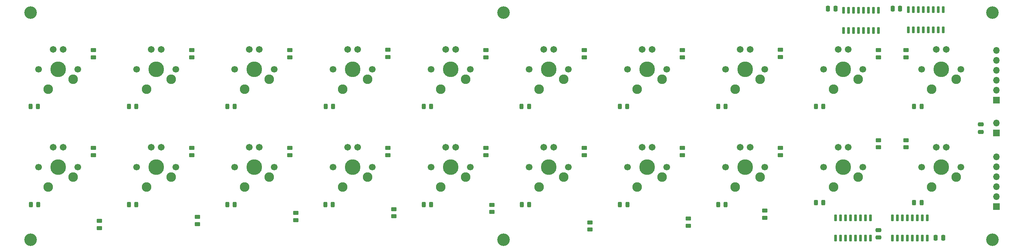
<source format=gts>
G04 #@! TF.GenerationSoftware,KiCad,Pcbnew,8.0.4*
G04 #@! TF.CreationDate,2024-09-20T17:19:13+02:00*
G04 #@! TF.ProjectId,Keys_Flash,4b657973-5f46-46c6-9173-682e6b696361,rev?*
G04 #@! TF.SameCoordinates,Original*
G04 #@! TF.FileFunction,Soldermask,Top*
G04 #@! TF.FilePolarity,Negative*
%FSLAX46Y46*%
G04 Gerber Fmt 4.6, Leading zero omitted, Abs format (unit mm)*
G04 Created by KiCad (PCBNEW 8.0.4) date 2024-09-20 17:19:13*
%MOMM*%
%LPD*%
G01*
G04 APERTURE LIST*
G04 Aperture macros list*
%AMRoundRect*
0 Rectangle with rounded corners*
0 $1 Rounding radius*
0 $2 $3 $4 $5 $6 $7 $8 $9 X,Y pos of 4 corners*
0 Add a 4 corners polygon primitive as box body*
4,1,4,$2,$3,$4,$5,$6,$7,$8,$9,$2,$3,0*
0 Add four circle primitives for the rounded corners*
1,1,$1+$1,$2,$3*
1,1,$1+$1,$4,$5*
1,1,$1+$1,$6,$7*
1,1,$1+$1,$8,$9*
0 Add four rect primitives between the rounded corners*
20,1,$1+$1,$2,$3,$4,$5,0*
20,1,$1+$1,$4,$5,$6,$7,0*
20,1,$1+$1,$6,$7,$8,$9,0*
20,1,$1+$1,$8,$9,$2,$3,0*%
G04 Aperture macros list end*
%ADD10C,1.700000*%
%ADD11C,3.987800*%
%ADD12C,2.454000*%
%ADD13C,1.712000*%
%ADD14RoundRect,0.243750X-0.243750X-0.456250X0.243750X-0.456250X0.243750X0.456250X-0.243750X0.456250X0*%
%ADD15RoundRect,0.250000X0.450000X-0.262500X0.450000X0.262500X-0.450000X0.262500X-0.450000X-0.262500X0*%
%ADD16C,3.200000*%
%ADD17R,1.700000X1.700000*%
%ADD18O,1.700000X1.700000*%
%ADD19RoundRect,0.250000X-0.450000X0.262500X-0.450000X-0.262500X0.450000X-0.262500X0.450000X0.262500X0*%
%ADD20RoundRect,0.250000X0.475000X-0.250000X0.475000X0.250000X-0.475000X0.250000X-0.475000X-0.250000X0*%
%ADD21RoundRect,0.250000X0.250000X0.475000X-0.250000X0.475000X-0.250000X-0.475000X0.250000X-0.475000X0*%
%ADD22RoundRect,0.150000X0.150000X-0.725000X0.150000X0.725000X-0.150000X0.725000X-0.150000X-0.725000X0*%
%ADD23RoundRect,0.250000X-0.250000X-0.475000X0.250000X-0.475000X0.250000X0.475000X-0.250000X0.475000X0*%
%ADD24RoundRect,0.150000X-0.150000X0.725000X-0.150000X-0.725000X0.150000X-0.725000X0.150000X0.725000X0*%
G04 APERTURE END LIST*
D10*
X237000000Y-126500000D03*
D11*
X232000000Y-126500000D03*
D10*
X227000000Y-126500000D03*
D12*
X229490000Y-131580000D03*
X235810000Y-129040000D03*
D13*
X230730000Y-121420000D03*
X233270000Y-121420000D03*
D10*
X262000000Y-101500000D03*
D11*
X257000000Y-101500000D03*
D10*
X252000000Y-101500000D03*
D12*
X254490000Y-106580000D03*
X260810000Y-104040000D03*
D13*
X255730000Y-96420000D03*
X258270000Y-96420000D03*
D10*
X237000000Y-101500000D03*
D11*
X232000000Y-101500000D03*
D10*
X227000000Y-101500000D03*
D12*
X229490000Y-106580000D03*
X235810000Y-104040000D03*
D13*
X230730000Y-96420000D03*
X233270000Y-96420000D03*
D10*
X212000000Y-126500000D03*
D11*
X207000000Y-126500000D03*
D10*
X202000000Y-126500000D03*
D12*
X204490000Y-131580000D03*
X210810000Y-129040000D03*
D13*
X205730000Y-121420000D03*
X208270000Y-121420000D03*
D10*
X187000000Y-126500000D03*
D11*
X182000000Y-126500000D03*
D10*
X177000000Y-126500000D03*
D12*
X179490000Y-131580000D03*
X185810000Y-129040000D03*
D13*
X180730000Y-121420000D03*
X183270000Y-121420000D03*
D10*
X162000000Y-126500000D03*
D11*
X157000000Y-126500000D03*
D10*
X152000000Y-126500000D03*
D12*
X154490000Y-131580000D03*
X160810000Y-129040000D03*
D13*
X155730000Y-121420000D03*
X158270000Y-121420000D03*
D10*
X137000000Y-126500000D03*
D11*
X132000000Y-126500000D03*
D10*
X127000000Y-126500000D03*
D12*
X129490000Y-131580000D03*
X135810000Y-129040000D03*
D13*
X130730000Y-121420000D03*
X133270000Y-121420000D03*
D10*
X112000000Y-126500000D03*
D11*
X107000000Y-126500000D03*
D10*
X102000000Y-126500000D03*
D12*
X104490000Y-131580000D03*
X110810000Y-129040000D03*
D13*
X105730000Y-121420000D03*
X108270000Y-121420000D03*
D10*
X87000000Y-126500000D03*
D11*
X82000000Y-126500000D03*
D10*
X77000000Y-126500000D03*
D12*
X79490000Y-131580000D03*
X85810000Y-129040000D03*
D13*
X80730000Y-121420000D03*
X83270000Y-121420000D03*
X58270000Y-121420000D03*
X55730000Y-121420000D03*
D12*
X60810000Y-129040000D03*
X54490000Y-131580000D03*
D10*
X52000000Y-126500000D03*
D11*
X57000000Y-126500000D03*
D10*
X62000000Y-126500000D03*
X212000000Y-101500000D03*
D11*
X207000000Y-101500000D03*
D10*
X202000000Y-101500000D03*
D12*
X204490000Y-106580000D03*
X210810000Y-104040000D03*
D13*
X205730000Y-96420000D03*
X208270000Y-96420000D03*
D10*
X187000000Y-101500000D03*
D11*
X182000000Y-101500000D03*
D10*
X177000000Y-101500000D03*
D12*
X179490000Y-106580000D03*
X185810000Y-104040000D03*
D13*
X180730000Y-96420000D03*
X183270000Y-96420000D03*
D10*
X162000000Y-101500000D03*
D11*
X157000000Y-101500000D03*
D10*
X152000000Y-101500000D03*
D12*
X154490000Y-106580000D03*
X160810000Y-104040000D03*
D13*
X155730000Y-96420000D03*
X158270000Y-96420000D03*
D10*
X112000000Y-101500000D03*
D11*
X107000000Y-101500000D03*
D10*
X102000000Y-101500000D03*
D12*
X104490000Y-106580000D03*
X110810000Y-104040000D03*
D13*
X105730000Y-96420000D03*
X108270000Y-96420000D03*
D10*
X87000000Y-101500000D03*
D11*
X82000000Y-101500000D03*
D10*
X77000000Y-101500000D03*
D12*
X79490000Y-106580000D03*
X85810000Y-104040000D03*
D13*
X80730000Y-96420000D03*
X83270000Y-96420000D03*
D10*
X62000000Y-101500000D03*
D11*
X57000000Y-101500000D03*
D10*
X52000000Y-101500000D03*
D12*
X54490000Y-106580000D03*
X60810000Y-104040000D03*
D13*
X55730000Y-96420000D03*
X58270000Y-96420000D03*
D14*
X100062500Y-136000000D03*
X101937500Y-136000000D03*
D15*
X241000000Y-121412500D03*
X241000000Y-119587500D03*
D16*
X25000000Y-87000000D03*
D14*
X125125000Y-136000000D03*
X127000000Y-136000000D03*
D17*
X271000000Y-109350000D03*
D18*
X271000000Y-106810000D03*
X271000000Y-104270000D03*
X271000000Y-101730000D03*
X271000000Y-99190000D03*
X271000000Y-96650000D03*
D19*
X92500000Y-138175000D03*
X92500000Y-140000000D03*
X191000000Y-96587500D03*
X191000000Y-98412500D03*
D16*
X25000000Y-145000000D03*
D20*
X267000000Y-117450000D03*
X267000000Y-115550000D03*
D19*
X41000000Y-96587500D03*
X41000000Y-98412500D03*
D14*
X50062500Y-136000000D03*
X51937500Y-136000000D03*
D19*
X216000000Y-96500000D03*
X216000000Y-98325000D03*
D17*
X271000000Y-117775000D03*
D18*
X271000000Y-115235000D03*
D19*
X116000000Y-121587500D03*
X116000000Y-123412500D03*
D16*
X145500000Y-145000000D03*
D14*
X50062500Y-111000000D03*
X51937500Y-111000000D03*
D16*
X145500000Y-87000000D03*
D19*
X42500000Y-140175000D03*
X42500000Y-142000000D03*
D14*
X176937500Y-111000000D03*
X175062500Y-111000000D03*
X202000000Y-136000000D03*
X200125000Y-136000000D03*
D19*
X241000000Y-96587500D03*
X241000000Y-98412500D03*
D21*
X246500000Y-86000000D03*
X244600000Y-86000000D03*
D19*
X141000000Y-121587500D03*
X141000000Y-123412500D03*
X212000000Y-137587500D03*
X212000000Y-139412500D03*
D14*
X250062500Y-111000000D03*
X251937500Y-111000000D03*
D22*
X248609999Y-91425000D03*
X249879999Y-91425000D03*
X251149999Y-91425000D03*
X252419999Y-91425000D03*
X253689999Y-91425000D03*
X254959999Y-91425000D03*
X256229999Y-91425000D03*
X257499999Y-91425000D03*
X257499999Y-86275000D03*
X256229999Y-86275000D03*
X254959999Y-86275000D03*
X253689999Y-86275000D03*
X252419999Y-86275000D03*
X251149999Y-86275000D03*
X249879999Y-86275000D03*
X248609999Y-86275000D03*
D16*
X270000000Y-87000000D03*
D19*
X141000000Y-96587500D03*
X141000000Y-98412500D03*
X67500000Y-139175000D03*
X67500000Y-141000000D03*
X191000000Y-121587500D03*
X191000000Y-123412500D03*
X66000000Y-121587500D03*
X66000000Y-123412500D03*
D14*
X225062500Y-111000000D03*
X226937500Y-111000000D03*
X100125000Y-111000000D03*
X102000000Y-111000000D03*
D19*
X167500000Y-140587500D03*
X167500000Y-142412500D03*
D16*
X270000000Y-145000000D03*
D19*
X117500000Y-137175000D03*
X117500000Y-139000000D03*
X192500000Y-139587500D03*
X192500000Y-141412500D03*
D14*
X75062500Y-136000000D03*
X76937500Y-136000000D03*
D23*
X255550000Y-144500000D03*
X257450000Y-144500000D03*
D19*
X91000000Y-121587500D03*
X91000000Y-123412500D03*
X142500000Y-136087500D03*
X142500000Y-137912500D03*
D22*
X232055000Y-91575000D03*
X233325000Y-91575000D03*
X234595000Y-91575000D03*
X235865000Y-91575000D03*
X237135000Y-91575000D03*
X238405000Y-91575000D03*
X239675000Y-91575000D03*
X240945000Y-91575000D03*
X240945000Y-86425000D03*
X239675000Y-86425000D03*
X238405000Y-86425000D03*
X237135000Y-86425000D03*
X235865000Y-86425000D03*
X234595000Y-86425000D03*
X233325000Y-86425000D03*
X232055000Y-86425000D03*
D14*
X150125000Y-136000000D03*
X152000000Y-136000000D03*
D19*
X166000000Y-121587500D03*
X166000000Y-123412500D03*
X216000000Y-121587500D03*
X216000000Y-123412500D03*
D14*
X250062500Y-135500000D03*
X251937500Y-135500000D03*
D19*
X91000000Y-96587500D03*
X91000000Y-98412500D03*
D14*
X25000000Y-111000000D03*
X26875000Y-111000000D03*
D17*
X271000000Y-136540000D03*
D18*
X271000000Y-134000000D03*
X271000000Y-131460000D03*
X271000000Y-128920000D03*
X271000000Y-126380000D03*
X271000000Y-123840000D03*
D14*
X150062500Y-111000000D03*
X151937500Y-111000000D03*
D19*
X41000000Y-121587500D03*
X41000000Y-123412500D03*
X116000000Y-96500000D03*
X116000000Y-98325000D03*
X66000000Y-96587500D03*
X66000000Y-98412500D03*
D21*
X230000000Y-86000000D03*
X228100000Y-86000000D03*
D14*
X225062500Y-135500000D03*
X226937500Y-135500000D03*
X75062500Y-111000000D03*
X76937500Y-111000000D03*
X175125000Y-136000000D03*
X177000000Y-136000000D03*
D15*
X248000000Y-121412500D03*
X248000000Y-119587500D03*
D14*
X125125000Y-111000000D03*
X127000000Y-111000000D03*
D20*
X241000000Y-144450000D03*
X241000000Y-142550000D03*
D14*
X200125000Y-111000000D03*
X202000000Y-111000000D03*
D19*
X248000000Y-98412500D03*
X248000000Y-96587500D03*
D24*
X253445000Y-139425000D03*
X252175000Y-139425000D03*
X250905000Y-139425000D03*
X249635000Y-139425000D03*
X248365000Y-139425000D03*
X247095000Y-139425000D03*
X245825000Y-139425000D03*
X244555000Y-139425000D03*
X244555000Y-144575000D03*
X245825000Y-144575000D03*
X247095000Y-144575000D03*
X248365000Y-144575000D03*
X249635000Y-144575000D03*
X250905000Y-144575000D03*
X252175000Y-144575000D03*
X253445000Y-144575000D03*
D10*
X137000000Y-101500000D03*
D11*
X132000000Y-101500000D03*
D10*
X127000000Y-101500000D03*
D12*
X129490000Y-106580000D03*
X135810000Y-104040000D03*
D13*
X130730000Y-96420000D03*
X133270000Y-96420000D03*
D14*
X25062500Y-136000000D03*
X26937500Y-136000000D03*
D10*
X37000000Y-101500000D03*
D11*
X32000000Y-101500000D03*
D10*
X27000000Y-101500000D03*
D12*
X29490000Y-106580000D03*
X35810000Y-104040000D03*
D13*
X30730000Y-96420000D03*
X33270000Y-96420000D03*
D19*
X166000000Y-96587500D03*
X166000000Y-98412500D03*
D10*
X37000000Y-126500000D03*
D11*
X32000000Y-126500000D03*
D10*
X27000000Y-126500000D03*
D12*
X29490000Y-131580000D03*
X35810000Y-129040000D03*
D13*
X30730000Y-121420000D03*
X33270000Y-121420000D03*
D10*
X262000000Y-126500000D03*
D11*
X257000000Y-126500000D03*
D10*
X252000000Y-126500000D03*
D12*
X254490000Y-131580000D03*
X260810000Y-129040000D03*
D13*
X255730000Y-121420000D03*
X258270000Y-121420000D03*
D24*
X238945000Y-139425000D03*
X237675000Y-139425000D03*
X236405000Y-139425000D03*
X235135000Y-139425000D03*
X233865000Y-139425000D03*
X232595000Y-139425000D03*
X231325000Y-139425000D03*
X230055000Y-139425000D03*
X230055000Y-144575000D03*
X231325000Y-144575000D03*
X232595000Y-144575000D03*
X233865000Y-144575000D03*
X235135000Y-144575000D03*
X236405000Y-144575000D03*
X237675000Y-144575000D03*
X238945000Y-144575000D03*
M02*

</source>
